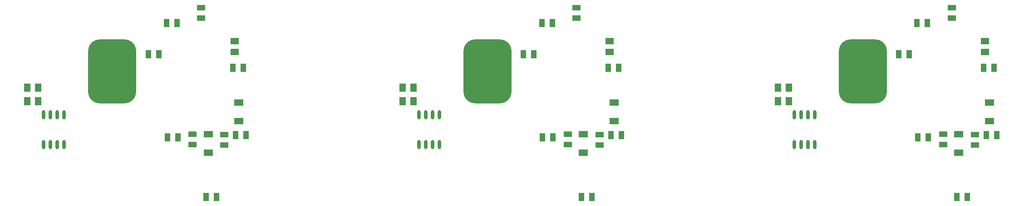
<source format=gtp>
G04 Layer_Color=8421504*
%FSLAX44Y44*%
%MOMM*%
G71*
G01*
G75*
G04:AMPARAMS|DCode=10|XSize=9mm|YSize=12mm|CornerRadius=2.25mm|HoleSize=0mm|Usage=FLASHONLY|Rotation=180.000|XOffset=0mm|YOffset=0mm|HoleType=Round|Shape=RoundedRectangle|*
%AMROUNDEDRECTD10*
21,1,9.0000,7.5000,0,0,180.0*
21,1,4.5000,12.0000,0,0,180.0*
1,1,4.5000,-2.2500,3.7500*
1,1,4.5000,2.2500,3.7500*
1,1,4.5000,2.2500,-3.7500*
1,1,4.5000,-2.2500,-3.7500*
%
%ADD10ROUNDEDRECTD10*%
%ADD11R,1.1430X1.5240*%
%ADD12R,1.6000X1.0500*%
%ADD13R,1.7000X1.3000*%
%ADD14R,1.0500X1.6000*%
%ADD15R,1.5240X1.1430*%
%ADD16O,0.6500X1.7500*%
%ADD17O,0.6500X1.7500*%
D10*
X2452469Y450750D02*
D03*
X1752469D02*
D03*
X1052469D02*
D03*
D11*
X2314629Y395000D02*
D03*
X2294309D02*
D03*
X2314629Y421000D02*
D03*
X2294309D02*
D03*
X1614629Y395000D02*
D03*
X1594309D02*
D03*
X1614629Y421000D02*
D03*
X1594309D02*
D03*
X914629Y395000D02*
D03*
X894309D02*
D03*
X914629Y421000D02*
D03*
X894309D02*
D03*
D12*
X2661469Y313250D02*
D03*
Y332750D02*
D03*
X2602469Y333750D02*
D03*
Y314250D02*
D03*
X2618469Y570750D02*
D03*
Y551250D02*
D03*
X1961469Y313250D02*
D03*
Y332750D02*
D03*
X1902469Y333750D02*
D03*
Y314250D02*
D03*
X1918469Y570750D02*
D03*
Y551250D02*
D03*
X1261469Y313250D02*
D03*
Y332750D02*
D03*
X1202469Y333750D02*
D03*
Y314250D02*
D03*
X1218469Y570750D02*
D03*
Y551250D02*
D03*
D13*
X2631469Y298500D02*
D03*
Y333500D02*
D03*
X2688869Y392900D02*
D03*
Y357900D02*
D03*
X1931469Y298500D02*
D03*
Y333500D02*
D03*
X1988869Y392900D02*
D03*
Y357900D02*
D03*
X1231469Y298500D02*
D03*
Y333500D02*
D03*
X1288869Y392900D02*
D03*
Y357900D02*
D03*
D14*
X2627719Y216000D02*
D03*
X2647219D02*
D03*
X2697219Y458000D02*
D03*
X2677719D02*
D03*
X2539219Y483000D02*
D03*
X2519719D02*
D03*
X2573219Y542000D02*
D03*
X2553719D02*
D03*
X2682719Y332000D02*
D03*
X2702220D02*
D03*
X2555119Y327400D02*
D03*
X2574619D02*
D03*
X1927719Y216000D02*
D03*
X1947219D02*
D03*
X1997219Y458000D02*
D03*
X1977719D02*
D03*
X1839219Y483000D02*
D03*
X1819719D02*
D03*
X1873219Y542000D02*
D03*
X1853719D02*
D03*
X1982719Y332000D02*
D03*
X2002219D02*
D03*
X1855119Y327400D02*
D03*
X1874619D02*
D03*
X1227719Y216000D02*
D03*
X1247219D02*
D03*
X1297219Y458000D02*
D03*
X1277719D02*
D03*
X1139219Y483000D02*
D03*
X1119719D02*
D03*
X1173219Y542000D02*
D03*
X1153719D02*
D03*
X1282719Y332000D02*
D03*
X1302219D02*
D03*
X1155119Y327400D02*
D03*
X1174619D02*
D03*
D15*
X2680469Y508160D02*
D03*
Y487840D02*
D03*
X1980469Y508160D02*
D03*
Y487840D02*
D03*
X1280469Y508160D02*
D03*
Y487840D02*
D03*
D16*
X2362519Y370000D02*
D03*
X2349819D02*
D03*
X2337119D02*
D03*
X2324419D02*
D03*
Y314000D02*
D03*
X2337119D02*
D03*
X1662519Y370000D02*
D03*
X1649819D02*
D03*
X1637119D02*
D03*
X1624419D02*
D03*
Y314000D02*
D03*
X1637119D02*
D03*
X962519Y370000D02*
D03*
X949819D02*
D03*
X937119D02*
D03*
X924419D02*
D03*
Y314000D02*
D03*
X937119D02*
D03*
D17*
X2362519D02*
D03*
X2349819D02*
D03*
X1662519D02*
D03*
X1649819D02*
D03*
X962519D02*
D03*
X949819D02*
D03*
M02*

</source>
